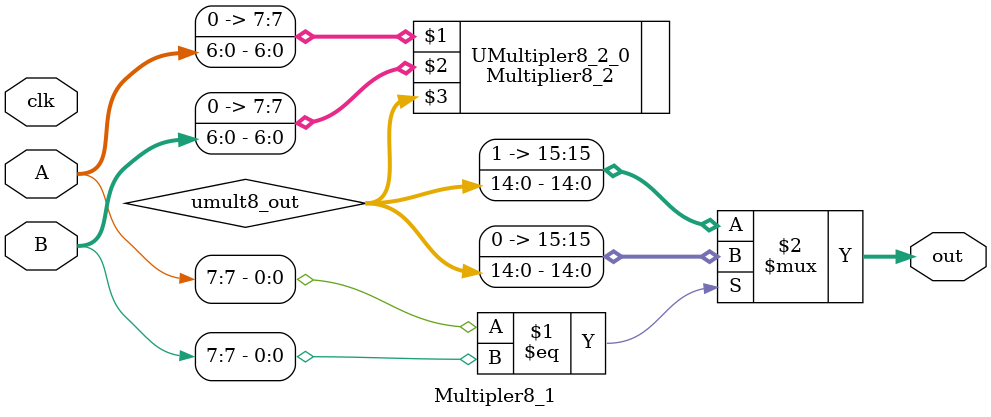
<source format=v>
`timescale 1ns / 1ps
module mux1_2(A, B, S, F);
  input A, B, S;
  output F;
  
  assign F = S ? B : A;
endmodule

module C1(A0, A1, SA, B0, B1, SB, S0, S1, F);
  input A0, A1, SA, B0, B1, SB, S0, S1;
  output F;
  
  wire F1, F2, F, S2;
  mux1_2 mux1_20(A0, A1, SA, F1);
  mux1_2 mux1_21(B0, B1, SB, F2);
  mux1_2 mux1_22(F1, F2, S2, F);
  
  or or_0(S2, S0, S1);
  
endmodule

module multiplier2(A, B, C);
    input [1:0] A, B;
    output [3:0] C;
    
    // C0
    C1 C1_0(1'b0, A[0], B[0], 1'b0, 1'b0, 1'b0, 1'b0, 1'b0, C[0]);
    
    // C1
    wire O0, O1, O2, O3;
    C1 C1_1(1'b0, A[0], B[1], 1'b0, 1'b0, 1'b0, A[1], 1'b0, O0);
    C1 C1_2(1'b0, A[0], B[1], 1'b0, 1'b0, 1'b0, B[0], 1'b0, O1);
    C1 C1_3(1'b0, A[1], B[0], 1'b0, 1'b0, 1'b0, B[1], 1'b0, O2);
    C1 C1_4(1'b0, A[1], B[0], 1'b0, 1'b0, 1'b0, A[0], 1'b0, O3);
    
    C1 C1_5(O0, 1'b1, O1, 1'b1, 1'b1, 1'b1, O2, O3, C[1]);
    
    // C2
    wire O4, O5;
    C1 C1_6(1'b0, A[1], B[1], 1'b0, 1'b0, 1'b0, B[0], 1'b0, O4);
    C1 C1_7(1'b0, A[1], B[1], 1'b0, 1'b0, 1'b0, A[0], 1'b0, O5);
    C1 C1_8(O4, 1'b1, O5, 1'b0, 1'b0, 1'b0, 1'b0, 1'b0, C[2]);
  
    // C3
    wire O6;
    C1 C1_9(1'b0, 1'b0, 1'b0, 1'b0, A[0], A[1], B[0], 1'b0, O6);
    C1 C1_10(1'b0, O6, B[1], 1'b0, 1'b0, 1'b0, 1'b0, 1'b0, C[3]);
endmodule

module multiplier4(A, B, C);
	input [3:0] A, B;
   output [7:0] C;
	
	wire [3:0]mult2_out0;
	wire [3:0]mult2_out1;
	wire [3:0]mult2_out2;
	wire [3:0]mult2_out3;
	multiplier2 multiplier2_0(A[1:0], B[1:0], mult2_out0);
	multiplier2 multiplier2_1(A[3:2], B[1:0], mult2_out1);
	multiplier2 multiplier2_2(A[1:0], B[3:2], mult2_out2);
	multiplier2 multiplier2_3(A[3:2], B[3:2], mult2_out3);
	
	assign C = {mult2_out3, 4'b0} + {mult2_out2, 2'b0} + {mult2_out1, 2'b0} + mult2_out0;
endmodule

module UMultipler8_1( input [7:0]A, input [7:0]B, output [15:0]out);
	wire [7:0]mult4_out0;
	wire [7:0]mult4_out1;
	wire [7:0]mult4_out2;
	wire [7:0]mult4_out3;
	multiplier4 multiplier4_0(A[3:0], B[3:0], mult4_out0);
	multiplier4 multiplier4_1(A[3:0], B[7:4], mult4_out1);
	multiplier4 multiplier4_2(A[7:4], B[3:0], mult4_out2);
	multiplier4 multiplier4_3(A[7:4], B[7:4], mult4_out3);
	
	wire [8:0]add8_out0;
	wire [8:0]add8_out1;
	wire [8:0]add8_out2;
	
	assign add8_out0 = mult4_out1 + mult4_out2;
	assign add8_out1 = add8_out0[7:0] + {4'b0, mult4_out0[7:4]};
	assign add8_out2 = mult4_out3 + {3'b0, add8_out0[8], add8_out1[7:4]};
	
	assign out[3:0] = mult4_out0[3:0];
	assign out[7:4] = add8_out1[3:0];
	assign out[15:8] = add8_out2[7:0];
endmodule

module Multipler8_1( input clk, input [7:0]A, input [7:0]B, output [15:0]out);
	wire [15:0]umult8_out;
	Multiplier8_2 UMultipler8_2_0( {1'b0, A[6:0]}, {1'b0, B[6:0]}, umult8_out);
	
	assign out = ((A[7] == B[7])) ? {1'b0, umult8_out[14:0]} : {1'b1, umult8_out[14:0]};
endmodule

</source>
